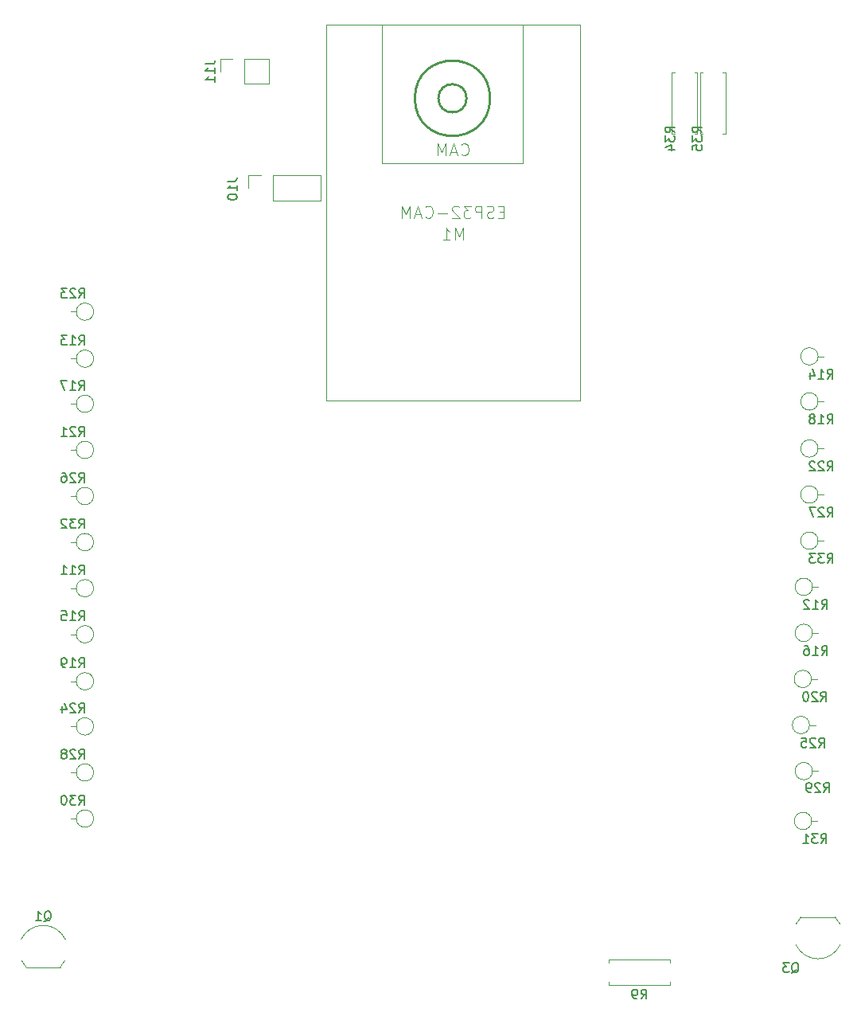
<source format=gbr>
%TF.GenerationSoftware,KiCad,Pcbnew,(6.0.5)*%
%TF.CreationDate,2022-12-18T21:16:11-03:00*%
%TF.ProjectId,HM_CENTRAL-01,484d5f43-454e-4545-9241-4c2d30312e6b,rev?*%
%TF.SameCoordinates,Original*%
%TF.FileFunction,Legend,Bot*%
%TF.FilePolarity,Positive*%
%FSLAX46Y46*%
G04 Gerber Fmt 4.6, Leading zero omitted, Abs format (unit mm)*
G04 Created by KiCad (PCBNEW (6.0.5)) date 2022-12-18 21:16:11*
%MOMM*%
%LPD*%
G01*
G04 APERTURE LIST*
%ADD10C,0.150000*%
%ADD11C,0.101600*%
%ADD12C,0.120000*%
%ADD13C,0.099060*%
%ADD14C,0.279400*%
G04 APERTURE END LIST*
D10*
%TO.C,R13*%
X81372857Y-66982380D02*
X81706190Y-66506190D01*
X81944285Y-66982380D02*
X81944285Y-65982380D01*
X81563333Y-65982380D01*
X81468095Y-66030000D01*
X81420476Y-66077619D01*
X81372857Y-66172857D01*
X81372857Y-66315714D01*
X81420476Y-66410952D01*
X81468095Y-66458571D01*
X81563333Y-66506190D01*
X81944285Y-66506190D01*
X80420476Y-66982380D02*
X80991904Y-66982380D01*
X80706190Y-66982380D02*
X80706190Y-65982380D01*
X80801428Y-66125238D01*
X80896666Y-66220476D01*
X80991904Y-66268095D01*
X80087142Y-65982380D02*
X79468095Y-65982380D01*
X79801428Y-66363333D01*
X79658571Y-66363333D01*
X79563333Y-66410952D01*
X79515714Y-66458571D01*
X79468095Y-66553809D01*
X79468095Y-66791904D01*
X79515714Y-66887142D01*
X79563333Y-66934761D01*
X79658571Y-66982380D01*
X79944285Y-66982380D01*
X80039523Y-66934761D01*
X80087142Y-66887142D01*
%TO.C,R34*%
X144752380Y-44397142D02*
X144276190Y-44063809D01*
X144752380Y-43825714D02*
X143752380Y-43825714D01*
X143752380Y-44206666D01*
X143800000Y-44301904D01*
X143847619Y-44349523D01*
X143942857Y-44397142D01*
X144085714Y-44397142D01*
X144180952Y-44349523D01*
X144228571Y-44301904D01*
X144276190Y-44206666D01*
X144276190Y-43825714D01*
X143752380Y-44730476D02*
X143752380Y-45349523D01*
X144133333Y-45016190D01*
X144133333Y-45159047D01*
X144180952Y-45254285D01*
X144228571Y-45301904D01*
X144323809Y-45349523D01*
X144561904Y-45349523D01*
X144657142Y-45301904D01*
X144704761Y-45254285D01*
X144752380Y-45159047D01*
X144752380Y-44873333D01*
X144704761Y-44778095D01*
X144657142Y-44730476D01*
X144085714Y-46206666D02*
X144752380Y-46206666D01*
X143704761Y-45968571D02*
X144419047Y-45730476D01*
X144419047Y-46349523D01*
%TO.C,J10*%
X97192380Y-49580476D02*
X97906666Y-49580476D01*
X98049523Y-49532857D01*
X98144761Y-49437619D01*
X98192380Y-49294761D01*
X98192380Y-49199523D01*
X98192380Y-50580476D02*
X98192380Y-50009047D01*
X98192380Y-50294761D02*
X97192380Y-50294761D01*
X97335238Y-50199523D01*
X97430476Y-50104285D01*
X97478095Y-50009047D01*
X97192380Y-51199523D02*
X97192380Y-51294761D01*
X97240000Y-51390000D01*
X97287619Y-51437619D01*
X97382857Y-51485238D01*
X97573333Y-51532857D01*
X97811428Y-51532857D01*
X98001904Y-51485238D01*
X98097142Y-51437619D01*
X98144761Y-51390000D01*
X98192380Y-51294761D01*
X98192380Y-51199523D01*
X98144761Y-51104285D01*
X98097142Y-51056666D01*
X98001904Y-51009047D01*
X97811428Y-50961428D01*
X97573333Y-50961428D01*
X97382857Y-51009047D01*
X97287619Y-51056666D01*
X97240000Y-51104285D01*
X97192380Y-51199523D01*
D11*
%TO.C,M1*%
X122198095Y-55835453D02*
X122198095Y-54565453D01*
X121774761Y-55472596D01*
X121351428Y-54565453D01*
X121351428Y-55835453D01*
X120081428Y-55835453D02*
X120807142Y-55835453D01*
X120444285Y-55835453D02*
X120444285Y-54565453D01*
X120565238Y-54746882D01*
X120686190Y-54867834D01*
X120807142Y-54928310D01*
X126582619Y-52810555D02*
X126159285Y-52810555D01*
X125977857Y-53475793D02*
X126582619Y-53475793D01*
X126582619Y-52205793D01*
X125977857Y-52205793D01*
X125494047Y-53415317D02*
X125312619Y-53475793D01*
X125010238Y-53475793D01*
X124889285Y-53415317D01*
X124828809Y-53354841D01*
X124768333Y-53233889D01*
X124768333Y-53112936D01*
X124828809Y-52991984D01*
X124889285Y-52931508D01*
X125010238Y-52871031D01*
X125252142Y-52810555D01*
X125373095Y-52750079D01*
X125433571Y-52689603D01*
X125494047Y-52568650D01*
X125494047Y-52447698D01*
X125433571Y-52326746D01*
X125373095Y-52266270D01*
X125252142Y-52205793D01*
X124949761Y-52205793D01*
X124768333Y-52266270D01*
X124224047Y-53475793D02*
X124224047Y-52205793D01*
X123740238Y-52205793D01*
X123619285Y-52266270D01*
X123558809Y-52326746D01*
X123498333Y-52447698D01*
X123498333Y-52629127D01*
X123558809Y-52750079D01*
X123619285Y-52810555D01*
X123740238Y-52871031D01*
X124224047Y-52871031D01*
X123075000Y-52205793D02*
X122288809Y-52205793D01*
X122712142Y-52689603D01*
X122530714Y-52689603D01*
X122409761Y-52750079D01*
X122349285Y-52810555D01*
X122288809Y-52931508D01*
X122288809Y-53233889D01*
X122349285Y-53354841D01*
X122409761Y-53415317D01*
X122530714Y-53475793D01*
X122893571Y-53475793D01*
X123014523Y-53415317D01*
X123075000Y-53354841D01*
X121805000Y-52326746D02*
X121744523Y-52266270D01*
X121623571Y-52205793D01*
X121321190Y-52205793D01*
X121200238Y-52266270D01*
X121139761Y-52326746D01*
X121079285Y-52447698D01*
X121079285Y-52568650D01*
X121139761Y-52750079D01*
X121865476Y-53475793D01*
X121079285Y-53475793D01*
X120535000Y-52991984D02*
X119567380Y-52991984D01*
X118236904Y-53354841D02*
X118297380Y-53415317D01*
X118478809Y-53475793D01*
X118599761Y-53475793D01*
X118781190Y-53415317D01*
X118902142Y-53294365D01*
X118962619Y-53173412D01*
X119023095Y-52931508D01*
X119023095Y-52750079D01*
X118962619Y-52508174D01*
X118902142Y-52387222D01*
X118781190Y-52266270D01*
X118599761Y-52205793D01*
X118478809Y-52205793D01*
X118297380Y-52266270D01*
X118236904Y-52326746D01*
X117753095Y-53112936D02*
X117148333Y-53112936D01*
X117874047Y-53475793D02*
X117450714Y-52205793D01*
X117027380Y-53475793D01*
X116604047Y-53475793D02*
X116604047Y-52205793D01*
X116180714Y-53112936D01*
X115757380Y-52205793D01*
X115757380Y-53475793D01*
X122046904Y-46715281D02*
X122107380Y-46775757D01*
X122288809Y-46836233D01*
X122409761Y-46836233D01*
X122591190Y-46775757D01*
X122712142Y-46654805D01*
X122772619Y-46533852D01*
X122833095Y-46291948D01*
X122833095Y-46110519D01*
X122772619Y-45868614D01*
X122712142Y-45747662D01*
X122591190Y-45626710D01*
X122409761Y-45566233D01*
X122288809Y-45566233D01*
X122107380Y-45626710D01*
X122046904Y-45687186D01*
X121563095Y-46473376D02*
X120958333Y-46473376D01*
X121684047Y-46836233D02*
X121260714Y-45566233D01*
X120837380Y-46836233D01*
X120414047Y-46836233D02*
X120414047Y-45566233D01*
X119990714Y-46473376D01*
X119567380Y-45566233D01*
X119567380Y-46836233D01*
D10*
%TO.C,R21*%
X81372857Y-76682380D02*
X81706190Y-76206190D01*
X81944285Y-76682380D02*
X81944285Y-75682380D01*
X81563333Y-75682380D01*
X81468095Y-75730000D01*
X81420476Y-75777619D01*
X81372857Y-75872857D01*
X81372857Y-76015714D01*
X81420476Y-76110952D01*
X81468095Y-76158571D01*
X81563333Y-76206190D01*
X81944285Y-76206190D01*
X80991904Y-75777619D02*
X80944285Y-75730000D01*
X80849047Y-75682380D01*
X80610952Y-75682380D01*
X80515714Y-75730000D01*
X80468095Y-75777619D01*
X80420476Y-75872857D01*
X80420476Y-75968095D01*
X80468095Y-76110952D01*
X81039523Y-76682380D01*
X80420476Y-76682380D01*
X79468095Y-76682380D02*
X80039523Y-76682380D01*
X79753809Y-76682380D02*
X79753809Y-75682380D01*
X79849047Y-75825238D01*
X79944285Y-75920476D01*
X80039523Y-75968095D01*
%TO.C,R12*%
X160392857Y-95072380D02*
X160726190Y-94596190D01*
X160964285Y-95072380D02*
X160964285Y-94072380D01*
X160583333Y-94072380D01*
X160488095Y-94120000D01*
X160440476Y-94167619D01*
X160392857Y-94262857D01*
X160392857Y-94405714D01*
X160440476Y-94500952D01*
X160488095Y-94548571D01*
X160583333Y-94596190D01*
X160964285Y-94596190D01*
X159440476Y-95072380D02*
X160011904Y-95072380D01*
X159726190Y-95072380D02*
X159726190Y-94072380D01*
X159821428Y-94215238D01*
X159916666Y-94310476D01*
X160011904Y-94358095D01*
X159059523Y-94167619D02*
X159011904Y-94120000D01*
X158916666Y-94072380D01*
X158678571Y-94072380D01*
X158583333Y-94120000D01*
X158535714Y-94167619D01*
X158488095Y-94262857D01*
X158488095Y-94358095D01*
X158535714Y-94500952D01*
X159107142Y-95072380D01*
X158488095Y-95072380D01*
%TO.C,R17*%
X81372857Y-71782380D02*
X81706190Y-71306190D01*
X81944285Y-71782380D02*
X81944285Y-70782380D01*
X81563333Y-70782380D01*
X81468095Y-70830000D01*
X81420476Y-70877619D01*
X81372857Y-70972857D01*
X81372857Y-71115714D01*
X81420476Y-71210952D01*
X81468095Y-71258571D01*
X81563333Y-71306190D01*
X81944285Y-71306190D01*
X80420476Y-71782380D02*
X80991904Y-71782380D01*
X80706190Y-71782380D02*
X80706190Y-70782380D01*
X80801428Y-70925238D01*
X80896666Y-71020476D01*
X80991904Y-71068095D01*
X80087142Y-70782380D02*
X79420476Y-70782380D01*
X79849047Y-71782380D01*
%TO.C,R32*%
X81372857Y-86482380D02*
X81706190Y-86006190D01*
X81944285Y-86482380D02*
X81944285Y-85482380D01*
X81563333Y-85482380D01*
X81468095Y-85530000D01*
X81420476Y-85577619D01*
X81372857Y-85672857D01*
X81372857Y-85815714D01*
X81420476Y-85910952D01*
X81468095Y-85958571D01*
X81563333Y-86006190D01*
X81944285Y-86006190D01*
X81039523Y-85482380D02*
X80420476Y-85482380D01*
X80753809Y-85863333D01*
X80610952Y-85863333D01*
X80515714Y-85910952D01*
X80468095Y-85958571D01*
X80420476Y-86053809D01*
X80420476Y-86291904D01*
X80468095Y-86387142D01*
X80515714Y-86434761D01*
X80610952Y-86482380D01*
X80896666Y-86482380D01*
X80991904Y-86434761D01*
X81039523Y-86387142D01*
X80039523Y-85577619D02*
X79991904Y-85530000D01*
X79896666Y-85482380D01*
X79658571Y-85482380D01*
X79563333Y-85530000D01*
X79515714Y-85577619D01*
X79468095Y-85672857D01*
X79468095Y-85768095D01*
X79515714Y-85910952D01*
X80087142Y-86482380D01*
X79468095Y-86482380D01*
%TO.C,R14*%
X160992857Y-70572380D02*
X161326190Y-70096190D01*
X161564285Y-70572380D02*
X161564285Y-69572380D01*
X161183333Y-69572380D01*
X161088095Y-69620000D01*
X161040476Y-69667619D01*
X160992857Y-69762857D01*
X160992857Y-69905714D01*
X161040476Y-70000952D01*
X161088095Y-70048571D01*
X161183333Y-70096190D01*
X161564285Y-70096190D01*
X160040476Y-70572380D02*
X160611904Y-70572380D01*
X160326190Y-70572380D02*
X160326190Y-69572380D01*
X160421428Y-69715238D01*
X160516666Y-69810476D01*
X160611904Y-69858095D01*
X159183333Y-69905714D02*
X159183333Y-70572380D01*
X159421428Y-69524761D02*
X159659523Y-70239047D01*
X159040476Y-70239047D01*
%TO.C,R19*%
X81372857Y-101282380D02*
X81706190Y-100806190D01*
X81944285Y-101282380D02*
X81944285Y-100282380D01*
X81563333Y-100282380D01*
X81468095Y-100330000D01*
X81420476Y-100377619D01*
X81372857Y-100472857D01*
X81372857Y-100615714D01*
X81420476Y-100710952D01*
X81468095Y-100758571D01*
X81563333Y-100806190D01*
X81944285Y-100806190D01*
X80420476Y-101282380D02*
X80991904Y-101282380D01*
X80706190Y-101282380D02*
X80706190Y-100282380D01*
X80801428Y-100425238D01*
X80896666Y-100520476D01*
X80991904Y-100568095D01*
X79944285Y-101282380D02*
X79753809Y-101282380D01*
X79658571Y-101234761D01*
X79610952Y-101187142D01*
X79515714Y-101044285D01*
X79468095Y-100853809D01*
X79468095Y-100472857D01*
X79515714Y-100377619D01*
X79563333Y-100330000D01*
X79658571Y-100282380D01*
X79849047Y-100282380D01*
X79944285Y-100330000D01*
X79991904Y-100377619D01*
X80039523Y-100472857D01*
X80039523Y-100710952D01*
X79991904Y-100806190D01*
X79944285Y-100853809D01*
X79849047Y-100901428D01*
X79658571Y-100901428D01*
X79563333Y-100853809D01*
X79515714Y-100806190D01*
X79468095Y-100710952D01*
%TO.C,R33*%
X160992857Y-90172380D02*
X161326190Y-89696190D01*
X161564285Y-90172380D02*
X161564285Y-89172380D01*
X161183333Y-89172380D01*
X161088095Y-89220000D01*
X161040476Y-89267619D01*
X160992857Y-89362857D01*
X160992857Y-89505714D01*
X161040476Y-89600952D01*
X161088095Y-89648571D01*
X161183333Y-89696190D01*
X161564285Y-89696190D01*
X160659523Y-89172380D02*
X160040476Y-89172380D01*
X160373809Y-89553333D01*
X160230952Y-89553333D01*
X160135714Y-89600952D01*
X160088095Y-89648571D01*
X160040476Y-89743809D01*
X160040476Y-89981904D01*
X160088095Y-90077142D01*
X160135714Y-90124761D01*
X160230952Y-90172380D01*
X160516666Y-90172380D01*
X160611904Y-90124761D01*
X160659523Y-90077142D01*
X159707142Y-89172380D02*
X159088095Y-89172380D01*
X159421428Y-89553333D01*
X159278571Y-89553333D01*
X159183333Y-89600952D01*
X159135714Y-89648571D01*
X159088095Y-89743809D01*
X159088095Y-89981904D01*
X159135714Y-90077142D01*
X159183333Y-90124761D01*
X159278571Y-90172380D01*
X159564285Y-90172380D01*
X159659523Y-90124761D01*
X159707142Y-90077142D01*
%TO.C,R16*%
X160392857Y-99972380D02*
X160726190Y-99496190D01*
X160964285Y-99972380D02*
X160964285Y-98972380D01*
X160583333Y-98972380D01*
X160488095Y-99020000D01*
X160440476Y-99067619D01*
X160392857Y-99162857D01*
X160392857Y-99305714D01*
X160440476Y-99400952D01*
X160488095Y-99448571D01*
X160583333Y-99496190D01*
X160964285Y-99496190D01*
X159440476Y-99972380D02*
X160011904Y-99972380D01*
X159726190Y-99972380D02*
X159726190Y-98972380D01*
X159821428Y-99115238D01*
X159916666Y-99210476D01*
X160011904Y-99258095D01*
X158583333Y-98972380D02*
X158773809Y-98972380D01*
X158869047Y-99020000D01*
X158916666Y-99067619D01*
X159011904Y-99210476D01*
X159059523Y-99400952D01*
X159059523Y-99781904D01*
X159011904Y-99877142D01*
X158964285Y-99924761D01*
X158869047Y-99972380D01*
X158678571Y-99972380D01*
X158583333Y-99924761D01*
X158535714Y-99877142D01*
X158488095Y-99781904D01*
X158488095Y-99543809D01*
X158535714Y-99448571D01*
X158583333Y-99400952D01*
X158678571Y-99353333D01*
X158869047Y-99353333D01*
X158964285Y-99400952D01*
X159011904Y-99448571D01*
X159059523Y-99543809D01*
%TO.C,R11*%
X81372857Y-91382380D02*
X81706190Y-90906190D01*
X81944285Y-91382380D02*
X81944285Y-90382380D01*
X81563333Y-90382380D01*
X81468095Y-90430000D01*
X81420476Y-90477619D01*
X81372857Y-90572857D01*
X81372857Y-90715714D01*
X81420476Y-90810952D01*
X81468095Y-90858571D01*
X81563333Y-90906190D01*
X81944285Y-90906190D01*
X80420476Y-91382380D02*
X80991904Y-91382380D01*
X80706190Y-91382380D02*
X80706190Y-90382380D01*
X80801428Y-90525238D01*
X80896666Y-90620476D01*
X80991904Y-90668095D01*
X79468095Y-91382380D02*
X80039523Y-91382380D01*
X79753809Y-91382380D02*
X79753809Y-90382380D01*
X79849047Y-90525238D01*
X79944285Y-90620476D01*
X80039523Y-90668095D01*
%TO.C,Q1*%
X77655238Y-128287619D02*
X77750476Y-128240000D01*
X77845714Y-128144761D01*
X77988571Y-128001904D01*
X78083809Y-127954285D01*
X78179047Y-127954285D01*
X78131428Y-128192380D02*
X78226666Y-128144761D01*
X78321904Y-128049523D01*
X78369523Y-127859047D01*
X78369523Y-127525714D01*
X78321904Y-127335238D01*
X78226666Y-127240000D01*
X78131428Y-127192380D01*
X77940952Y-127192380D01*
X77845714Y-127240000D01*
X77750476Y-127335238D01*
X77702857Y-127525714D01*
X77702857Y-127859047D01*
X77750476Y-128049523D01*
X77845714Y-128144761D01*
X77940952Y-128192380D01*
X78131428Y-128192380D01*
X76750476Y-128192380D02*
X77321904Y-128192380D01*
X77036190Y-128192380D02*
X77036190Y-127192380D01*
X77131428Y-127335238D01*
X77226666Y-127430476D01*
X77321904Y-127478095D01*
%TO.C,R35*%
X147652380Y-44397142D02*
X147176190Y-44063809D01*
X147652380Y-43825714D02*
X146652380Y-43825714D01*
X146652380Y-44206666D01*
X146700000Y-44301904D01*
X146747619Y-44349523D01*
X146842857Y-44397142D01*
X146985714Y-44397142D01*
X147080952Y-44349523D01*
X147128571Y-44301904D01*
X147176190Y-44206666D01*
X147176190Y-43825714D01*
X146652380Y-44730476D02*
X146652380Y-45349523D01*
X147033333Y-45016190D01*
X147033333Y-45159047D01*
X147080952Y-45254285D01*
X147128571Y-45301904D01*
X147223809Y-45349523D01*
X147461904Y-45349523D01*
X147557142Y-45301904D01*
X147604761Y-45254285D01*
X147652380Y-45159047D01*
X147652380Y-44873333D01*
X147604761Y-44778095D01*
X147557142Y-44730476D01*
X146652380Y-46254285D02*
X146652380Y-45778095D01*
X147128571Y-45730476D01*
X147080952Y-45778095D01*
X147033333Y-45873333D01*
X147033333Y-46111428D01*
X147080952Y-46206666D01*
X147128571Y-46254285D01*
X147223809Y-46301904D01*
X147461904Y-46301904D01*
X147557142Y-46254285D01*
X147604761Y-46206666D01*
X147652380Y-46111428D01*
X147652380Y-45873333D01*
X147604761Y-45778095D01*
X147557142Y-45730476D01*
%TO.C,R27*%
X160992857Y-85272380D02*
X161326190Y-84796190D01*
X161564285Y-85272380D02*
X161564285Y-84272380D01*
X161183333Y-84272380D01*
X161088095Y-84320000D01*
X161040476Y-84367619D01*
X160992857Y-84462857D01*
X160992857Y-84605714D01*
X161040476Y-84700952D01*
X161088095Y-84748571D01*
X161183333Y-84796190D01*
X161564285Y-84796190D01*
X160611904Y-84367619D02*
X160564285Y-84320000D01*
X160469047Y-84272380D01*
X160230952Y-84272380D01*
X160135714Y-84320000D01*
X160088095Y-84367619D01*
X160040476Y-84462857D01*
X160040476Y-84558095D01*
X160088095Y-84700952D01*
X160659523Y-85272380D01*
X160040476Y-85272380D01*
X159707142Y-84272380D02*
X159040476Y-84272380D01*
X159469047Y-85272380D01*
%TO.C,R18*%
X160992857Y-75372380D02*
X161326190Y-74896190D01*
X161564285Y-75372380D02*
X161564285Y-74372380D01*
X161183333Y-74372380D01*
X161088095Y-74420000D01*
X161040476Y-74467619D01*
X160992857Y-74562857D01*
X160992857Y-74705714D01*
X161040476Y-74800952D01*
X161088095Y-74848571D01*
X161183333Y-74896190D01*
X161564285Y-74896190D01*
X160040476Y-75372380D02*
X160611904Y-75372380D01*
X160326190Y-75372380D02*
X160326190Y-74372380D01*
X160421428Y-74515238D01*
X160516666Y-74610476D01*
X160611904Y-74658095D01*
X159469047Y-74800952D02*
X159564285Y-74753333D01*
X159611904Y-74705714D01*
X159659523Y-74610476D01*
X159659523Y-74562857D01*
X159611904Y-74467619D01*
X159564285Y-74420000D01*
X159469047Y-74372380D01*
X159278571Y-74372380D01*
X159183333Y-74420000D01*
X159135714Y-74467619D01*
X159088095Y-74562857D01*
X159088095Y-74610476D01*
X159135714Y-74705714D01*
X159183333Y-74753333D01*
X159278571Y-74800952D01*
X159469047Y-74800952D01*
X159564285Y-74848571D01*
X159611904Y-74896190D01*
X159659523Y-74991428D01*
X159659523Y-75181904D01*
X159611904Y-75277142D01*
X159564285Y-75324761D01*
X159469047Y-75372380D01*
X159278571Y-75372380D01*
X159183333Y-75324761D01*
X159135714Y-75277142D01*
X159088095Y-75181904D01*
X159088095Y-74991428D01*
X159135714Y-74896190D01*
X159183333Y-74848571D01*
X159278571Y-74800952D01*
%TO.C,R20*%
X160292857Y-104872380D02*
X160626190Y-104396190D01*
X160864285Y-104872380D02*
X160864285Y-103872380D01*
X160483333Y-103872380D01*
X160388095Y-103920000D01*
X160340476Y-103967619D01*
X160292857Y-104062857D01*
X160292857Y-104205714D01*
X160340476Y-104300952D01*
X160388095Y-104348571D01*
X160483333Y-104396190D01*
X160864285Y-104396190D01*
X159911904Y-103967619D02*
X159864285Y-103920000D01*
X159769047Y-103872380D01*
X159530952Y-103872380D01*
X159435714Y-103920000D01*
X159388095Y-103967619D01*
X159340476Y-104062857D01*
X159340476Y-104158095D01*
X159388095Y-104300952D01*
X159959523Y-104872380D01*
X159340476Y-104872380D01*
X158721428Y-103872380D02*
X158626190Y-103872380D01*
X158530952Y-103920000D01*
X158483333Y-103967619D01*
X158435714Y-104062857D01*
X158388095Y-104253333D01*
X158388095Y-104491428D01*
X158435714Y-104681904D01*
X158483333Y-104777142D01*
X158530952Y-104824761D01*
X158626190Y-104872380D01*
X158721428Y-104872380D01*
X158816666Y-104824761D01*
X158864285Y-104777142D01*
X158911904Y-104681904D01*
X158959523Y-104491428D01*
X158959523Y-104253333D01*
X158911904Y-104062857D01*
X158864285Y-103967619D01*
X158816666Y-103920000D01*
X158721428Y-103872380D01*
%TO.C,R22*%
X160992857Y-80372380D02*
X161326190Y-79896190D01*
X161564285Y-80372380D02*
X161564285Y-79372380D01*
X161183333Y-79372380D01*
X161088095Y-79420000D01*
X161040476Y-79467619D01*
X160992857Y-79562857D01*
X160992857Y-79705714D01*
X161040476Y-79800952D01*
X161088095Y-79848571D01*
X161183333Y-79896190D01*
X161564285Y-79896190D01*
X160611904Y-79467619D02*
X160564285Y-79420000D01*
X160469047Y-79372380D01*
X160230952Y-79372380D01*
X160135714Y-79420000D01*
X160088095Y-79467619D01*
X160040476Y-79562857D01*
X160040476Y-79658095D01*
X160088095Y-79800952D01*
X160659523Y-80372380D01*
X160040476Y-80372380D01*
X159659523Y-79467619D02*
X159611904Y-79420000D01*
X159516666Y-79372380D01*
X159278571Y-79372380D01*
X159183333Y-79420000D01*
X159135714Y-79467619D01*
X159088095Y-79562857D01*
X159088095Y-79658095D01*
X159135714Y-79800952D01*
X159707142Y-80372380D01*
X159088095Y-80372380D01*
%TO.C,R9*%
X141166666Y-136522380D02*
X141500000Y-136046190D01*
X141738095Y-136522380D02*
X141738095Y-135522380D01*
X141357142Y-135522380D01*
X141261904Y-135570000D01*
X141214285Y-135617619D01*
X141166666Y-135712857D01*
X141166666Y-135855714D01*
X141214285Y-135950952D01*
X141261904Y-135998571D01*
X141357142Y-136046190D01*
X141738095Y-136046190D01*
X140690476Y-136522380D02*
X140500000Y-136522380D01*
X140404761Y-136474761D01*
X140357142Y-136427142D01*
X140261904Y-136284285D01*
X140214285Y-136093809D01*
X140214285Y-135712857D01*
X140261904Y-135617619D01*
X140309523Y-135570000D01*
X140404761Y-135522380D01*
X140595238Y-135522380D01*
X140690476Y-135570000D01*
X140738095Y-135617619D01*
X140785714Y-135712857D01*
X140785714Y-135950952D01*
X140738095Y-136046190D01*
X140690476Y-136093809D01*
X140595238Y-136141428D01*
X140404761Y-136141428D01*
X140309523Y-136093809D01*
X140261904Y-136046190D01*
X140214285Y-135950952D01*
%TO.C,R26*%
X81372857Y-81582380D02*
X81706190Y-81106190D01*
X81944285Y-81582380D02*
X81944285Y-80582380D01*
X81563333Y-80582380D01*
X81468095Y-80630000D01*
X81420476Y-80677619D01*
X81372857Y-80772857D01*
X81372857Y-80915714D01*
X81420476Y-81010952D01*
X81468095Y-81058571D01*
X81563333Y-81106190D01*
X81944285Y-81106190D01*
X80991904Y-80677619D02*
X80944285Y-80630000D01*
X80849047Y-80582380D01*
X80610952Y-80582380D01*
X80515714Y-80630000D01*
X80468095Y-80677619D01*
X80420476Y-80772857D01*
X80420476Y-80868095D01*
X80468095Y-81010952D01*
X81039523Y-81582380D01*
X80420476Y-81582380D01*
X79563333Y-80582380D02*
X79753809Y-80582380D01*
X79849047Y-80630000D01*
X79896666Y-80677619D01*
X79991904Y-80820476D01*
X80039523Y-81010952D01*
X80039523Y-81391904D01*
X79991904Y-81487142D01*
X79944285Y-81534761D01*
X79849047Y-81582380D01*
X79658571Y-81582380D01*
X79563333Y-81534761D01*
X79515714Y-81487142D01*
X79468095Y-81391904D01*
X79468095Y-81153809D01*
X79515714Y-81058571D01*
X79563333Y-81010952D01*
X79658571Y-80963333D01*
X79849047Y-80963333D01*
X79944285Y-81010952D01*
X79991904Y-81058571D01*
X80039523Y-81153809D01*
%TO.C,R28*%
X81372857Y-110982380D02*
X81706190Y-110506190D01*
X81944285Y-110982380D02*
X81944285Y-109982380D01*
X81563333Y-109982380D01*
X81468095Y-110030000D01*
X81420476Y-110077619D01*
X81372857Y-110172857D01*
X81372857Y-110315714D01*
X81420476Y-110410952D01*
X81468095Y-110458571D01*
X81563333Y-110506190D01*
X81944285Y-110506190D01*
X80991904Y-110077619D02*
X80944285Y-110030000D01*
X80849047Y-109982380D01*
X80610952Y-109982380D01*
X80515714Y-110030000D01*
X80468095Y-110077619D01*
X80420476Y-110172857D01*
X80420476Y-110268095D01*
X80468095Y-110410952D01*
X81039523Y-110982380D01*
X80420476Y-110982380D01*
X79849047Y-110410952D02*
X79944285Y-110363333D01*
X79991904Y-110315714D01*
X80039523Y-110220476D01*
X80039523Y-110172857D01*
X79991904Y-110077619D01*
X79944285Y-110030000D01*
X79849047Y-109982380D01*
X79658571Y-109982380D01*
X79563333Y-110030000D01*
X79515714Y-110077619D01*
X79468095Y-110172857D01*
X79468095Y-110220476D01*
X79515714Y-110315714D01*
X79563333Y-110363333D01*
X79658571Y-110410952D01*
X79849047Y-110410952D01*
X79944285Y-110458571D01*
X79991904Y-110506190D01*
X80039523Y-110601428D01*
X80039523Y-110791904D01*
X79991904Y-110887142D01*
X79944285Y-110934761D01*
X79849047Y-110982380D01*
X79658571Y-110982380D01*
X79563333Y-110934761D01*
X79515714Y-110887142D01*
X79468095Y-110791904D01*
X79468095Y-110601428D01*
X79515714Y-110506190D01*
X79563333Y-110458571D01*
X79658571Y-110410952D01*
%TO.C,R24*%
X81372857Y-106082380D02*
X81706190Y-105606190D01*
X81944285Y-106082380D02*
X81944285Y-105082380D01*
X81563333Y-105082380D01*
X81468095Y-105130000D01*
X81420476Y-105177619D01*
X81372857Y-105272857D01*
X81372857Y-105415714D01*
X81420476Y-105510952D01*
X81468095Y-105558571D01*
X81563333Y-105606190D01*
X81944285Y-105606190D01*
X80991904Y-105177619D02*
X80944285Y-105130000D01*
X80849047Y-105082380D01*
X80610952Y-105082380D01*
X80515714Y-105130000D01*
X80468095Y-105177619D01*
X80420476Y-105272857D01*
X80420476Y-105368095D01*
X80468095Y-105510952D01*
X81039523Y-106082380D01*
X80420476Y-106082380D01*
X79563333Y-105415714D02*
X79563333Y-106082380D01*
X79801428Y-105034761D02*
X80039523Y-105749047D01*
X79420476Y-105749047D01*
%TO.C,Q3*%
X157195238Y-133767619D02*
X157290476Y-133720000D01*
X157385714Y-133624761D01*
X157528571Y-133481904D01*
X157623809Y-133434285D01*
X157719047Y-133434285D01*
X157671428Y-133672380D02*
X157766666Y-133624761D01*
X157861904Y-133529523D01*
X157909523Y-133339047D01*
X157909523Y-133005714D01*
X157861904Y-132815238D01*
X157766666Y-132720000D01*
X157671428Y-132672380D01*
X157480952Y-132672380D01*
X157385714Y-132720000D01*
X157290476Y-132815238D01*
X157242857Y-133005714D01*
X157242857Y-133339047D01*
X157290476Y-133529523D01*
X157385714Y-133624761D01*
X157480952Y-133672380D01*
X157671428Y-133672380D01*
X156909523Y-132672380D02*
X156290476Y-132672380D01*
X156623809Y-133053333D01*
X156480952Y-133053333D01*
X156385714Y-133100952D01*
X156338095Y-133148571D01*
X156290476Y-133243809D01*
X156290476Y-133481904D01*
X156338095Y-133577142D01*
X156385714Y-133624761D01*
X156480952Y-133672380D01*
X156766666Y-133672380D01*
X156861904Y-133624761D01*
X156909523Y-133577142D01*
%TO.C,R31*%
X160312857Y-119972380D02*
X160646190Y-119496190D01*
X160884285Y-119972380D02*
X160884285Y-118972380D01*
X160503333Y-118972380D01*
X160408095Y-119020000D01*
X160360476Y-119067619D01*
X160312857Y-119162857D01*
X160312857Y-119305714D01*
X160360476Y-119400952D01*
X160408095Y-119448571D01*
X160503333Y-119496190D01*
X160884285Y-119496190D01*
X159979523Y-118972380D02*
X159360476Y-118972380D01*
X159693809Y-119353333D01*
X159550952Y-119353333D01*
X159455714Y-119400952D01*
X159408095Y-119448571D01*
X159360476Y-119543809D01*
X159360476Y-119781904D01*
X159408095Y-119877142D01*
X159455714Y-119924761D01*
X159550952Y-119972380D01*
X159836666Y-119972380D01*
X159931904Y-119924761D01*
X159979523Y-119877142D01*
X158408095Y-119972380D02*
X158979523Y-119972380D01*
X158693809Y-119972380D02*
X158693809Y-118972380D01*
X158789047Y-119115238D01*
X158884285Y-119210476D01*
X158979523Y-119258095D01*
%TO.C,R29*%
X160622857Y-114552380D02*
X160956190Y-114076190D01*
X161194285Y-114552380D02*
X161194285Y-113552380D01*
X160813333Y-113552380D01*
X160718095Y-113600000D01*
X160670476Y-113647619D01*
X160622857Y-113742857D01*
X160622857Y-113885714D01*
X160670476Y-113980952D01*
X160718095Y-114028571D01*
X160813333Y-114076190D01*
X161194285Y-114076190D01*
X160241904Y-113647619D02*
X160194285Y-113600000D01*
X160099047Y-113552380D01*
X159860952Y-113552380D01*
X159765714Y-113600000D01*
X159718095Y-113647619D01*
X159670476Y-113742857D01*
X159670476Y-113838095D01*
X159718095Y-113980952D01*
X160289523Y-114552380D01*
X159670476Y-114552380D01*
X159194285Y-114552380D02*
X159003809Y-114552380D01*
X158908571Y-114504761D01*
X158860952Y-114457142D01*
X158765714Y-114314285D01*
X158718095Y-114123809D01*
X158718095Y-113742857D01*
X158765714Y-113647619D01*
X158813333Y-113600000D01*
X158908571Y-113552380D01*
X159099047Y-113552380D01*
X159194285Y-113600000D01*
X159241904Y-113647619D01*
X159289523Y-113742857D01*
X159289523Y-113980952D01*
X159241904Y-114076190D01*
X159194285Y-114123809D01*
X159099047Y-114171428D01*
X158908571Y-114171428D01*
X158813333Y-114123809D01*
X158765714Y-114076190D01*
X158718095Y-113980952D01*
%TO.C,R25*%
X160092857Y-109772380D02*
X160426190Y-109296190D01*
X160664285Y-109772380D02*
X160664285Y-108772380D01*
X160283333Y-108772380D01*
X160188095Y-108820000D01*
X160140476Y-108867619D01*
X160092857Y-108962857D01*
X160092857Y-109105714D01*
X160140476Y-109200952D01*
X160188095Y-109248571D01*
X160283333Y-109296190D01*
X160664285Y-109296190D01*
X159711904Y-108867619D02*
X159664285Y-108820000D01*
X159569047Y-108772380D01*
X159330952Y-108772380D01*
X159235714Y-108820000D01*
X159188095Y-108867619D01*
X159140476Y-108962857D01*
X159140476Y-109058095D01*
X159188095Y-109200952D01*
X159759523Y-109772380D01*
X159140476Y-109772380D01*
X158235714Y-108772380D02*
X158711904Y-108772380D01*
X158759523Y-109248571D01*
X158711904Y-109200952D01*
X158616666Y-109153333D01*
X158378571Y-109153333D01*
X158283333Y-109200952D01*
X158235714Y-109248571D01*
X158188095Y-109343809D01*
X158188095Y-109581904D01*
X158235714Y-109677142D01*
X158283333Y-109724761D01*
X158378571Y-109772380D01*
X158616666Y-109772380D01*
X158711904Y-109724761D01*
X158759523Y-109677142D01*
%TO.C,J11*%
X94847380Y-37090476D02*
X95561666Y-37090476D01*
X95704523Y-37042857D01*
X95799761Y-36947619D01*
X95847380Y-36804761D01*
X95847380Y-36709523D01*
X95847380Y-38090476D02*
X95847380Y-37519047D01*
X95847380Y-37804761D02*
X94847380Y-37804761D01*
X94990238Y-37709523D01*
X95085476Y-37614285D01*
X95133095Y-37519047D01*
X95847380Y-39042857D02*
X95847380Y-38471428D01*
X95847380Y-38757142D02*
X94847380Y-38757142D01*
X94990238Y-38661904D01*
X95085476Y-38566666D01*
X95133095Y-38471428D01*
%TO.C,R15*%
X81372857Y-96282380D02*
X81706190Y-95806190D01*
X81944285Y-96282380D02*
X81944285Y-95282380D01*
X81563333Y-95282380D01*
X81468095Y-95330000D01*
X81420476Y-95377619D01*
X81372857Y-95472857D01*
X81372857Y-95615714D01*
X81420476Y-95710952D01*
X81468095Y-95758571D01*
X81563333Y-95806190D01*
X81944285Y-95806190D01*
X80420476Y-96282380D02*
X80991904Y-96282380D01*
X80706190Y-96282380D02*
X80706190Y-95282380D01*
X80801428Y-95425238D01*
X80896666Y-95520476D01*
X80991904Y-95568095D01*
X79515714Y-95282380D02*
X79991904Y-95282380D01*
X80039523Y-95758571D01*
X79991904Y-95710952D01*
X79896666Y-95663333D01*
X79658571Y-95663333D01*
X79563333Y-95710952D01*
X79515714Y-95758571D01*
X79468095Y-95853809D01*
X79468095Y-96091904D01*
X79515714Y-96187142D01*
X79563333Y-96234761D01*
X79658571Y-96282380D01*
X79896666Y-96282380D01*
X79991904Y-96234761D01*
X80039523Y-96187142D01*
%TO.C,R23*%
X81372857Y-61982380D02*
X81706190Y-61506190D01*
X81944285Y-61982380D02*
X81944285Y-60982380D01*
X81563333Y-60982380D01*
X81468095Y-61030000D01*
X81420476Y-61077619D01*
X81372857Y-61172857D01*
X81372857Y-61315714D01*
X81420476Y-61410952D01*
X81468095Y-61458571D01*
X81563333Y-61506190D01*
X81944285Y-61506190D01*
X80991904Y-61077619D02*
X80944285Y-61030000D01*
X80849047Y-60982380D01*
X80610952Y-60982380D01*
X80515714Y-61030000D01*
X80468095Y-61077619D01*
X80420476Y-61172857D01*
X80420476Y-61268095D01*
X80468095Y-61410952D01*
X81039523Y-61982380D01*
X80420476Y-61982380D01*
X80087142Y-60982380D02*
X79468095Y-60982380D01*
X79801428Y-61363333D01*
X79658571Y-61363333D01*
X79563333Y-61410952D01*
X79515714Y-61458571D01*
X79468095Y-61553809D01*
X79468095Y-61791904D01*
X79515714Y-61887142D01*
X79563333Y-61934761D01*
X79658571Y-61982380D01*
X79944285Y-61982380D01*
X80039523Y-61934761D01*
X80087142Y-61887142D01*
%TO.C,R30*%
X81372857Y-115882380D02*
X81706190Y-115406190D01*
X81944285Y-115882380D02*
X81944285Y-114882380D01*
X81563333Y-114882380D01*
X81468095Y-114930000D01*
X81420476Y-114977619D01*
X81372857Y-115072857D01*
X81372857Y-115215714D01*
X81420476Y-115310952D01*
X81468095Y-115358571D01*
X81563333Y-115406190D01*
X81944285Y-115406190D01*
X81039523Y-114882380D02*
X80420476Y-114882380D01*
X80753809Y-115263333D01*
X80610952Y-115263333D01*
X80515714Y-115310952D01*
X80468095Y-115358571D01*
X80420476Y-115453809D01*
X80420476Y-115691904D01*
X80468095Y-115787142D01*
X80515714Y-115834761D01*
X80610952Y-115882380D01*
X80896666Y-115882380D01*
X80991904Y-115834761D01*
X81039523Y-115787142D01*
X79801428Y-114882380D02*
X79706190Y-114882380D01*
X79610952Y-114930000D01*
X79563333Y-114977619D01*
X79515714Y-115072857D01*
X79468095Y-115263333D01*
X79468095Y-115501428D01*
X79515714Y-115691904D01*
X79563333Y-115787142D01*
X79610952Y-115834761D01*
X79706190Y-115882380D01*
X79801428Y-115882380D01*
X79896666Y-115834761D01*
X79944285Y-115787142D01*
X79991904Y-115691904D01*
X80039523Y-115501428D01*
X80039523Y-115263333D01*
X79991904Y-115072857D01*
X79944285Y-114977619D01*
X79896666Y-114930000D01*
X79801428Y-114882380D01*
D12*
%TO.C,R13*%
X81080000Y-68450000D02*
X80460000Y-68450000D01*
X82920000Y-68450000D02*
G75*
G03*
X82920000Y-68450000I-920000J0D01*
G01*
%TO.C,R34*%
X147170000Y-44570000D02*
X147170000Y-38030000D01*
X144430000Y-44570000D02*
X144430000Y-38030000D01*
X144760000Y-44570000D02*
X144430000Y-44570000D01*
X147170000Y-38030000D02*
X146840000Y-38030000D01*
X144430000Y-38030000D02*
X144760000Y-38030000D01*
X146840000Y-44570000D02*
X147170000Y-44570000D01*
%TO.C,J10*%
X101970000Y-51630000D02*
X107110000Y-51630000D01*
X99370000Y-48970000D02*
X99370000Y-50300000D01*
X100700000Y-48970000D02*
X99370000Y-48970000D01*
X107110000Y-48970000D02*
X107110000Y-51630000D01*
X101970000Y-48970000D02*
X101970000Y-51630000D01*
X101970000Y-48970000D02*
X107110000Y-48970000D01*
D13*
%TO.C,M1*%
X107672440Y-32901310D02*
X134667560Y-32901310D01*
X134667560Y-32901310D02*
X134667560Y-72898690D01*
X113600800Y-32901310D02*
X113600800Y-47640930D01*
X128602040Y-32901310D02*
X128602040Y-47640930D01*
X128602040Y-47640930D02*
X113600800Y-47640930D01*
X107672440Y-72898690D02*
X107672440Y-32901310D01*
X134667560Y-72898690D02*
X107672440Y-72898690D01*
D14*
X122600020Y-40762610D02*
G75*
G03*
X122600020Y-40762610I-1498600J0D01*
G01*
X125099380Y-40762610D02*
G75*
G03*
X125099380Y-40762610I-3997960J0D01*
G01*
D12*
%TO.C,R21*%
X81080000Y-78150000D02*
X80460000Y-78150000D01*
X82920000Y-78150000D02*
G75*
G03*
X82920000Y-78150000I-920000J0D01*
G01*
%TO.C,R12*%
X159400000Y-92700000D02*
X160020000Y-92700000D01*
X159400000Y-92700000D02*
G75*
G03*
X159400000Y-92700000I-920000J0D01*
G01*
%TO.C,R17*%
X81080000Y-73250000D02*
X80460000Y-73250000D01*
X82920000Y-73250000D02*
G75*
G03*
X82920000Y-73250000I-920000J0D01*
G01*
%TO.C,R32*%
X81080000Y-87950000D02*
X80460000Y-87950000D01*
X82920000Y-87950000D02*
G75*
G03*
X82920000Y-87950000I-920000J0D01*
G01*
%TO.C,R14*%
X160000000Y-68200000D02*
X160620000Y-68200000D01*
X160000000Y-68200000D02*
G75*
G03*
X160000000Y-68200000I-920000J0D01*
G01*
%TO.C,R19*%
X81080000Y-102750000D02*
X80460000Y-102750000D01*
X82920000Y-102750000D02*
G75*
G03*
X82920000Y-102750000I-920000J0D01*
G01*
%TO.C,R33*%
X160000000Y-87800000D02*
X160620000Y-87800000D01*
X160000000Y-87800000D02*
G75*
G03*
X160000000Y-87800000I-920000J0D01*
G01*
%TO.C,R16*%
X159400000Y-97600000D02*
X160020000Y-97600000D01*
X159400000Y-97600000D02*
G75*
G03*
X159400000Y-97600000I-920000J0D01*
G01*
%TO.C,R11*%
X81080000Y-92850000D02*
X80460000Y-92850000D01*
X82920000Y-92850000D02*
G75*
G03*
X82920000Y-92850000I-920000J0D01*
G01*
%TO.C,Q1*%
X79360000Y-133150000D02*
X75760000Y-133150000D01*
X79360000Y-133150000D02*
G75*
G03*
X79884184Y-132422795I-1800000J1850000D01*
G01*
X79916400Y-130201193D02*
G75*
G03*
X77560000Y-128700000I-2356400J-1098807D01*
G01*
X75235816Y-132422795D02*
G75*
G03*
X75760000Y-133150000I2324184J1122795D01*
G01*
X77560000Y-128700000D02*
G75*
G03*
X75203600Y-130201193I0J-2600000D01*
G01*
%TO.C,R35*%
X147430000Y-44570000D02*
X147430000Y-38030000D01*
X149840000Y-44570000D02*
X150170000Y-44570000D01*
X147430000Y-38030000D02*
X147760000Y-38030000D01*
X150170000Y-44570000D02*
X150170000Y-38030000D01*
X150170000Y-38030000D02*
X149840000Y-38030000D01*
X147760000Y-44570000D02*
X147430000Y-44570000D01*
%TO.C,R27*%
X160000000Y-82900000D02*
X160620000Y-82900000D01*
X160000000Y-82900000D02*
G75*
G03*
X160000000Y-82900000I-920000J0D01*
G01*
%TO.C,R18*%
X160000000Y-73000000D02*
X160620000Y-73000000D01*
X160000000Y-73000000D02*
G75*
G03*
X160000000Y-73000000I-920000J0D01*
G01*
%TO.C,R20*%
X159300000Y-102500000D02*
X159920000Y-102500000D01*
X159300000Y-102500000D02*
G75*
G03*
X159300000Y-102500000I-920000J0D01*
G01*
%TO.C,R22*%
X160000000Y-78000000D02*
X160620000Y-78000000D01*
X160000000Y-78000000D02*
G75*
G03*
X160000000Y-78000000I-920000J0D01*
G01*
%TO.C,R9*%
X137730000Y-132660000D02*
X137730000Y-132330000D01*
X144270000Y-135070000D02*
X144270000Y-134740000D01*
X137730000Y-135070000D02*
X144270000Y-135070000D01*
X144270000Y-132330000D02*
X144270000Y-132660000D01*
X137730000Y-132330000D02*
X144270000Y-132330000D01*
X137730000Y-134740000D02*
X137730000Y-135070000D01*
%TO.C,R26*%
X81080000Y-83050000D02*
X80460000Y-83050000D01*
X82920000Y-83050000D02*
G75*
G03*
X82920000Y-83050000I-920000J0D01*
G01*
%TO.C,R28*%
X81080000Y-112450000D02*
X80460000Y-112450000D01*
X82920000Y-112450000D02*
G75*
G03*
X82920000Y-112450000I-920000J0D01*
G01*
%TO.C,R24*%
X81080000Y-107550000D02*
X80460000Y-107550000D01*
X82920000Y-107550000D02*
G75*
G03*
X82920000Y-107550000I-920000J0D01*
G01*
%TO.C,Q3*%
X158200000Y-127810000D02*
X161800000Y-127810000D01*
X162324184Y-128537205D02*
G75*
G03*
X161800000Y-127810000I-2324184J-1122795D01*
G01*
X157643600Y-130758807D02*
G75*
G03*
X160000000Y-132260000I2356400J1098807D01*
G01*
X158200000Y-127810000D02*
G75*
G03*
X157675816Y-128537205I1800000J-1850000D01*
G01*
X160000000Y-132260000D02*
G75*
G03*
X162356400Y-130758807I0J2600000D01*
G01*
%TO.C,R31*%
X159320000Y-117600000D02*
X159940000Y-117600000D01*
X159320000Y-117600000D02*
G75*
G03*
X159320000Y-117600000I-920000J0D01*
G01*
%TO.C,R29*%
X159400000Y-112300000D02*
X160020000Y-112300000D01*
X159400000Y-112300000D02*
G75*
G03*
X159400000Y-112300000I-920000J0D01*
G01*
%TO.C,R25*%
X159100000Y-107400000D02*
X159720000Y-107400000D01*
X159100000Y-107400000D02*
G75*
G03*
X159100000Y-107400000I-920000J0D01*
G01*
%TO.C,J11*%
X98995000Y-36570000D02*
X101595000Y-36570000D01*
X96395000Y-36570000D02*
X96395000Y-37900000D01*
X97725000Y-36570000D02*
X96395000Y-36570000D01*
X98995000Y-39230000D02*
X101595000Y-39230000D01*
X98995000Y-36570000D02*
X98995000Y-39230000D01*
X101595000Y-36570000D02*
X101595000Y-39230000D01*
%TO.C,R15*%
X81080000Y-97750000D02*
X80460000Y-97750000D01*
X82920000Y-97750000D02*
G75*
G03*
X82920000Y-97750000I-920000J0D01*
G01*
%TO.C,R23*%
X81080000Y-63450000D02*
X80460000Y-63450000D01*
X82920000Y-63450000D02*
G75*
G03*
X82920000Y-63450000I-920000J0D01*
G01*
%TO.C,R30*%
X81080000Y-117350000D02*
X80460000Y-117350000D01*
X82920000Y-117350000D02*
G75*
G03*
X82920000Y-117350000I-920000J0D01*
G01*
%TD*%
M02*

</source>
